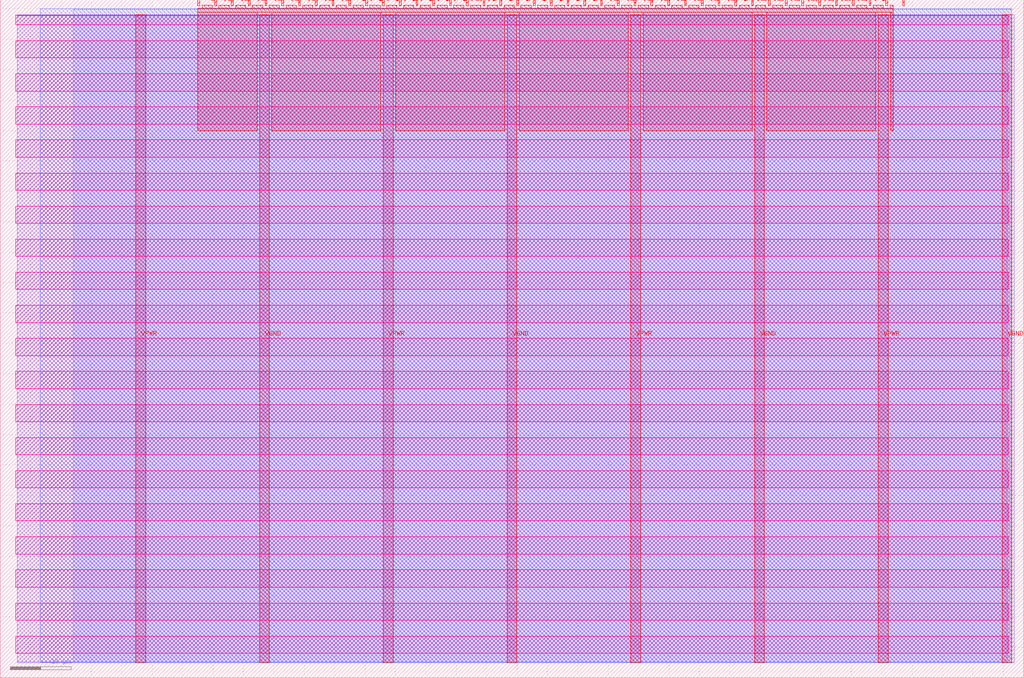
<source format=lef>
VERSION 5.7 ;
  NOWIREEXTENSIONATPIN ON ;
  DIVIDERCHAR "/" ;
  BUSBITCHARS "[]" ;
MACRO tt_um_uwuifier
  CLASS BLOCK ;
  FOREIGN tt_um_uwuifier ;
  ORIGIN 0.000 0.000 ;
  SIZE 168.360 BY 111.520 ;
  PIN VGND
    DIRECTION INOUT ;
    USE GROUND ;
    PORT
      LAYER met4 ;
        RECT 42.670 2.480 44.270 109.040 ;
    END
    PORT
      LAYER met4 ;
        RECT 83.380 2.480 84.980 109.040 ;
    END
    PORT
      LAYER met4 ;
        RECT 124.090 2.480 125.690 109.040 ;
    END
    PORT
      LAYER met4 ;
        RECT 164.800 2.480 166.400 109.040 ;
    END
  END VGND
  PIN VPWR
    DIRECTION INOUT ;
    USE POWER ;
    PORT
      LAYER met4 ;
        RECT 22.315 2.480 23.915 109.040 ;
    END
    PORT
      LAYER met4 ;
        RECT 63.025 2.480 64.625 109.040 ;
    END
    PORT
      LAYER met4 ;
        RECT 103.735 2.480 105.335 109.040 ;
    END
    PORT
      LAYER met4 ;
        RECT 144.445 2.480 146.045 109.040 ;
    END
  END VPWR
  PIN clk
    DIRECTION INPUT ;
    USE SIGNAL ;
    ANTENNAGATEAREA 0.852000 ;
    PORT
      LAYER met4 ;
        RECT 145.670 110.520 145.970 111.520 ;
    END
  END clk
  PIN ena
    DIRECTION INPUT ;
    USE SIGNAL ;
    PORT
      LAYER met4 ;
        RECT 148.430 110.520 148.730 111.520 ;
    END
  END ena
  PIN rst_n
    DIRECTION INPUT ;
    USE SIGNAL ;
    ANTENNAGATEAREA 0.196500 ;
    PORT
      LAYER met4 ;
        RECT 142.910 110.520 143.210 111.520 ;
    END
  END rst_n
  PIN ui_in[0]
    DIRECTION INPUT ;
    USE SIGNAL ;
    PORT
      LAYER met4 ;
        RECT 140.150 110.520 140.450 111.520 ;
    END
  END ui_in[0]
  PIN ui_in[1]
    DIRECTION INPUT ;
    USE SIGNAL ;
    PORT
      LAYER met4 ;
        RECT 137.390 110.520 137.690 111.520 ;
    END
  END ui_in[1]
  PIN ui_in[2]
    DIRECTION INPUT ;
    USE SIGNAL ;
    PORT
      LAYER met4 ;
        RECT 134.630 110.520 134.930 111.520 ;
    END
  END ui_in[2]
  PIN ui_in[3]
    DIRECTION INPUT ;
    USE SIGNAL ;
    ANTENNAGATEAREA 0.159000 ;
    PORT
      LAYER met4 ;
        RECT 131.870 110.520 132.170 111.520 ;
    END
  END ui_in[3]
  PIN ui_in[4]
    DIRECTION INPUT ;
    USE SIGNAL ;
    PORT
      LAYER met4 ;
        RECT 129.110 110.520 129.410 111.520 ;
    END
  END ui_in[4]
  PIN ui_in[5]
    DIRECTION INPUT ;
    USE SIGNAL ;
    PORT
      LAYER met4 ;
        RECT 126.350 110.520 126.650 111.520 ;
    END
  END ui_in[5]
  PIN ui_in[6]
    DIRECTION INPUT ;
    USE SIGNAL ;
    PORT
      LAYER met4 ;
        RECT 123.590 110.520 123.890 111.520 ;
    END
  END ui_in[6]
  PIN ui_in[7]
    DIRECTION INPUT ;
    USE SIGNAL ;
    PORT
      LAYER met4 ;
        RECT 120.830 110.520 121.130 111.520 ;
    END
  END ui_in[7]
  PIN uio_in[0]
    DIRECTION INPUT ;
    USE SIGNAL ;
    PORT
      LAYER met4 ;
        RECT 118.070 110.520 118.370 111.520 ;
    END
  END uio_in[0]
  PIN uio_in[1]
    DIRECTION INPUT ;
    USE SIGNAL ;
    PORT
      LAYER met4 ;
        RECT 115.310 110.520 115.610 111.520 ;
    END
  END uio_in[1]
  PIN uio_in[2]
    DIRECTION INPUT ;
    USE SIGNAL ;
    PORT
      LAYER met4 ;
        RECT 112.550 110.520 112.850 111.520 ;
    END
  END uio_in[2]
  PIN uio_in[3]
    DIRECTION INPUT ;
    USE SIGNAL ;
    PORT
      LAYER met4 ;
        RECT 109.790 110.520 110.090 111.520 ;
    END
  END uio_in[3]
  PIN uio_in[4]
    DIRECTION INPUT ;
    USE SIGNAL ;
    PORT
      LAYER met4 ;
        RECT 107.030 110.520 107.330 111.520 ;
    END
  END uio_in[4]
  PIN uio_in[5]
    DIRECTION INPUT ;
    USE SIGNAL ;
    PORT
      LAYER met4 ;
        RECT 104.270 110.520 104.570 111.520 ;
    END
  END uio_in[5]
  PIN uio_in[6]
    DIRECTION INPUT ;
    USE SIGNAL ;
    PORT
      LAYER met4 ;
        RECT 101.510 110.520 101.810 111.520 ;
    END
  END uio_in[6]
  PIN uio_in[7]
    DIRECTION INPUT ;
    USE SIGNAL ;
    PORT
      LAYER met4 ;
        RECT 98.750 110.520 99.050 111.520 ;
    END
  END uio_in[7]
  PIN uio_oe[0]
    DIRECTION OUTPUT TRISTATE ;
    USE SIGNAL ;
    PORT
      LAYER met4 ;
        RECT 51.830 110.520 52.130 111.520 ;
    END
  END uio_oe[0]
  PIN uio_oe[1]
    DIRECTION OUTPUT TRISTATE ;
    USE SIGNAL ;
    PORT
      LAYER met4 ;
        RECT 49.070 110.520 49.370 111.520 ;
    END
  END uio_oe[1]
  PIN uio_oe[2]
    DIRECTION OUTPUT TRISTATE ;
    USE SIGNAL ;
    PORT
      LAYER met4 ;
        RECT 46.310 110.520 46.610 111.520 ;
    END
  END uio_oe[2]
  PIN uio_oe[3]
    DIRECTION OUTPUT TRISTATE ;
    USE SIGNAL ;
    PORT
      LAYER met4 ;
        RECT 43.550 110.520 43.850 111.520 ;
    END
  END uio_oe[3]
  PIN uio_oe[4]
    DIRECTION OUTPUT TRISTATE ;
    USE SIGNAL ;
    PORT
      LAYER met4 ;
        RECT 40.790 110.520 41.090 111.520 ;
    END
  END uio_oe[4]
  PIN uio_oe[5]
    DIRECTION OUTPUT TRISTATE ;
    USE SIGNAL ;
    PORT
      LAYER met4 ;
        RECT 38.030 110.520 38.330 111.520 ;
    END
  END uio_oe[5]
  PIN uio_oe[6]
    DIRECTION OUTPUT TRISTATE ;
    USE SIGNAL ;
    PORT
      LAYER met4 ;
        RECT 35.270 110.520 35.570 111.520 ;
    END
  END uio_oe[6]
  PIN uio_oe[7]
    DIRECTION OUTPUT TRISTATE ;
    USE SIGNAL ;
    PORT
      LAYER met4 ;
        RECT 32.510 110.520 32.810 111.520 ;
    END
  END uio_oe[7]
  PIN uio_out[0]
    DIRECTION OUTPUT TRISTATE ;
    USE SIGNAL ;
    PORT
      LAYER met4 ;
        RECT 73.910 110.520 74.210 111.520 ;
    END
  END uio_out[0]
  PIN uio_out[1]
    DIRECTION OUTPUT TRISTATE ;
    USE SIGNAL ;
    PORT
      LAYER met4 ;
        RECT 71.150 110.520 71.450 111.520 ;
    END
  END uio_out[1]
  PIN uio_out[2]
    DIRECTION OUTPUT TRISTATE ;
    USE SIGNAL ;
    PORT
      LAYER met4 ;
        RECT 68.390 110.520 68.690 111.520 ;
    END
  END uio_out[2]
  PIN uio_out[3]
    DIRECTION OUTPUT TRISTATE ;
    USE SIGNAL ;
    PORT
      LAYER met4 ;
        RECT 65.630 110.520 65.930 111.520 ;
    END
  END uio_out[3]
  PIN uio_out[4]
    DIRECTION OUTPUT TRISTATE ;
    USE SIGNAL ;
    PORT
      LAYER met4 ;
        RECT 62.870 110.520 63.170 111.520 ;
    END
  END uio_out[4]
  PIN uio_out[5]
    DIRECTION OUTPUT TRISTATE ;
    USE SIGNAL ;
    PORT
      LAYER met4 ;
        RECT 60.110 110.520 60.410 111.520 ;
    END
  END uio_out[5]
  PIN uio_out[6]
    DIRECTION OUTPUT TRISTATE ;
    USE SIGNAL ;
    PORT
      LAYER met4 ;
        RECT 57.350 110.520 57.650 111.520 ;
    END
  END uio_out[6]
  PIN uio_out[7]
    DIRECTION OUTPUT TRISTATE ;
    USE SIGNAL ;
    PORT
      LAYER met4 ;
        RECT 54.590 110.520 54.890 111.520 ;
    END
  END uio_out[7]
  PIN uo_out[0]
    DIRECTION OUTPUT TRISTATE ;
    USE SIGNAL ;
    PORT
      LAYER met4 ;
        RECT 95.990 110.520 96.290 111.520 ;
    END
  END uo_out[0]
  PIN uo_out[1]
    DIRECTION OUTPUT TRISTATE ;
    USE SIGNAL ;
    PORT
      LAYER met4 ;
        RECT 93.230 110.520 93.530 111.520 ;
    END
  END uo_out[1]
  PIN uo_out[2]
    DIRECTION OUTPUT TRISTATE ;
    USE SIGNAL ;
    PORT
      LAYER met4 ;
        RECT 90.470 110.520 90.770 111.520 ;
    END
  END uo_out[2]
  PIN uo_out[3]
    DIRECTION OUTPUT TRISTATE ;
    USE SIGNAL ;
    PORT
      LAYER met4 ;
        RECT 87.710 110.520 88.010 111.520 ;
    END
  END uo_out[3]
  PIN uo_out[4]
    DIRECTION OUTPUT TRISTATE ;
    USE SIGNAL ;
    ANTENNADIFFAREA 0.795200 ;
    PORT
      LAYER met4 ;
        RECT 84.950 110.520 85.250 111.520 ;
    END
  END uo_out[4]
  PIN uo_out[5]
    DIRECTION OUTPUT TRISTATE ;
    USE SIGNAL ;
    PORT
      LAYER met4 ;
        RECT 82.190 110.520 82.490 111.520 ;
    END
  END uo_out[5]
  PIN uo_out[6]
    DIRECTION OUTPUT TRISTATE ;
    USE SIGNAL ;
    PORT
      LAYER met4 ;
        RECT 79.430 110.520 79.730 111.520 ;
    END
  END uo_out[6]
  PIN uo_out[7]
    DIRECTION OUTPUT TRISTATE ;
    USE SIGNAL ;
    PORT
      LAYER met4 ;
        RECT 76.670 110.520 76.970 111.520 ;
    END
  END uo_out[7]
  OBS
      LAYER nwell ;
        RECT 2.570 107.385 165.790 108.990 ;
        RECT 2.570 101.945 165.790 104.775 ;
        RECT 2.570 96.505 165.790 99.335 ;
        RECT 2.570 91.065 165.790 93.895 ;
        RECT 2.570 85.625 165.790 88.455 ;
        RECT 2.570 80.185 165.790 83.015 ;
        RECT 2.570 74.745 165.790 77.575 ;
        RECT 2.570 69.305 165.790 72.135 ;
        RECT 2.570 63.865 165.790 66.695 ;
        RECT 2.570 58.425 165.790 61.255 ;
        RECT 2.570 52.985 165.790 55.815 ;
        RECT 2.570 47.545 165.790 50.375 ;
        RECT 2.570 42.105 165.790 44.935 ;
        RECT 2.570 36.665 165.790 39.495 ;
        RECT 2.570 31.225 165.790 34.055 ;
        RECT 2.570 25.785 165.790 28.615 ;
        RECT 2.570 20.345 165.790 23.175 ;
        RECT 2.570 14.905 165.790 17.735 ;
        RECT 2.570 9.465 165.790 12.295 ;
        RECT 2.570 4.025 165.790 6.855 ;
      LAYER li1 ;
        RECT 2.760 2.635 165.600 108.885 ;
      LAYER met1 ;
        RECT 2.760 2.480 166.820 109.040 ;
      LAYER met2 ;
        RECT 6.540 2.535 166.370 110.005 ;
      LAYER met3 ;
        RECT 12.025 2.555 166.390 109.985 ;
      LAYER met4 ;
        RECT 33.210 110.120 34.870 110.650 ;
        RECT 35.970 110.120 37.630 110.650 ;
        RECT 38.730 110.120 40.390 110.650 ;
        RECT 41.490 110.120 43.150 110.650 ;
        RECT 44.250 110.120 45.910 110.650 ;
        RECT 47.010 110.120 48.670 110.650 ;
        RECT 49.770 110.120 51.430 110.650 ;
        RECT 52.530 110.120 54.190 110.650 ;
        RECT 55.290 110.120 56.950 110.650 ;
        RECT 58.050 110.120 59.710 110.650 ;
        RECT 60.810 110.120 62.470 110.650 ;
        RECT 63.570 110.120 65.230 110.650 ;
        RECT 66.330 110.120 67.990 110.650 ;
        RECT 69.090 110.120 70.750 110.650 ;
        RECT 71.850 110.120 73.510 110.650 ;
        RECT 74.610 110.120 76.270 110.650 ;
        RECT 77.370 110.120 79.030 110.650 ;
        RECT 80.130 110.120 81.790 110.650 ;
        RECT 82.890 110.120 84.550 110.650 ;
        RECT 85.650 110.120 87.310 110.650 ;
        RECT 88.410 110.120 90.070 110.650 ;
        RECT 91.170 110.120 92.830 110.650 ;
        RECT 93.930 110.120 95.590 110.650 ;
        RECT 96.690 110.120 98.350 110.650 ;
        RECT 99.450 110.120 101.110 110.650 ;
        RECT 102.210 110.120 103.870 110.650 ;
        RECT 104.970 110.120 106.630 110.650 ;
        RECT 107.730 110.120 109.390 110.650 ;
        RECT 110.490 110.120 112.150 110.650 ;
        RECT 113.250 110.120 114.910 110.650 ;
        RECT 116.010 110.120 117.670 110.650 ;
        RECT 118.770 110.120 120.430 110.650 ;
        RECT 121.530 110.120 123.190 110.650 ;
        RECT 124.290 110.120 125.950 110.650 ;
        RECT 127.050 110.120 128.710 110.650 ;
        RECT 129.810 110.120 131.470 110.650 ;
        RECT 132.570 110.120 134.230 110.650 ;
        RECT 135.330 110.120 136.990 110.650 ;
        RECT 138.090 110.120 139.750 110.650 ;
        RECT 140.850 110.120 142.510 110.650 ;
        RECT 143.610 110.120 145.270 110.650 ;
        RECT 146.370 110.120 146.905 110.650 ;
        RECT 32.495 109.440 146.905 110.120 ;
        RECT 32.495 89.935 42.270 109.440 ;
        RECT 44.670 89.935 62.625 109.440 ;
        RECT 65.025 89.935 82.980 109.440 ;
        RECT 85.380 89.935 103.335 109.440 ;
        RECT 105.735 89.935 123.690 109.440 ;
        RECT 126.090 89.935 144.045 109.440 ;
        RECT 146.445 89.935 146.905 109.440 ;
  END
END tt_um_uwuifier
END LIBRARY


</source>
